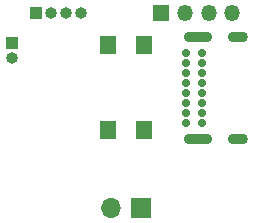
<source format=gbr>
%TF.GenerationSoftware,KiCad,Pcbnew,(5.1.7)-1*%
%TF.CreationDate,2021-06-11T01:00:18-05:00*%
%TF.ProjectId,lamp_pcb,6c616d70-5f70-4636-922e-6b696361645f,rev?*%
%TF.SameCoordinates,Original*%
%TF.FileFunction,Soldermask,Bot*%
%TF.FilePolarity,Negative*%
%FSLAX46Y46*%
G04 Gerber Fmt 4.6, Leading zero omitted, Abs format (unit mm)*
G04 Created by KiCad (PCBNEW (5.1.7)-1) date 2021-06-11 01:00:18*
%MOMM*%
%LPD*%
G01*
G04 APERTURE LIST*
%ADD10O,1.000000X1.000000*%
%ADD11R,1.000000X1.000000*%
%ADD12O,1.350000X1.350000*%
%ADD13R,1.350000X1.350000*%
%ADD14R,1.400000X1.600000*%
%ADD15O,1.700000X1.700000*%
%ADD16R,1.700000X1.700000*%
%ADD17O,1.700000X0.900000*%
%ADD18O,2.400000X0.900000*%
%ADD19C,0.700000*%
G04 APERTURE END LIST*
D10*
%TO.C,J3*%
X159250000Y-109220000D03*
D11*
X159250000Y-107950000D03*
%TD*%
D12*
%TO.C,D1*%
X177900000Y-105410000D03*
X175900000Y-105410000D03*
X173900000Y-105410000D03*
D13*
X171900000Y-105410000D03*
%TD*%
D14*
%TO.C,SW1*%
X167410000Y-115360000D03*
X167410000Y-108160000D03*
X170410000Y-115360000D03*
X170410000Y-108160000D03*
%TD*%
D15*
%TO.C,J1*%
X167640000Y-121920000D03*
D16*
X170180000Y-121920000D03*
%TD*%
D10*
%TO.C,J2*%
X165100000Y-105410000D03*
X163830000Y-105410000D03*
X162560000Y-105410000D03*
D11*
X161290000Y-105410000D03*
%TD*%
D17*
%TO.C,P1*%
X178350000Y-107450000D03*
X178350000Y-116100000D03*
D18*
X174970000Y-107450000D03*
X174970000Y-116100000D03*
D19*
X175340000Y-111350000D03*
X175340000Y-108800000D03*
X175340000Y-109650000D03*
X175340000Y-110500000D03*
X175340000Y-114750000D03*
X175340000Y-113050000D03*
X175340000Y-112200000D03*
X175340000Y-113900000D03*
X173990000Y-108800000D03*
X173990000Y-109650000D03*
X173990000Y-110500000D03*
X173990000Y-111350000D03*
X173990000Y-112200000D03*
X173990000Y-113050000D03*
X173990000Y-113900000D03*
X173990000Y-114750000D03*
%TD*%
M02*

</source>
